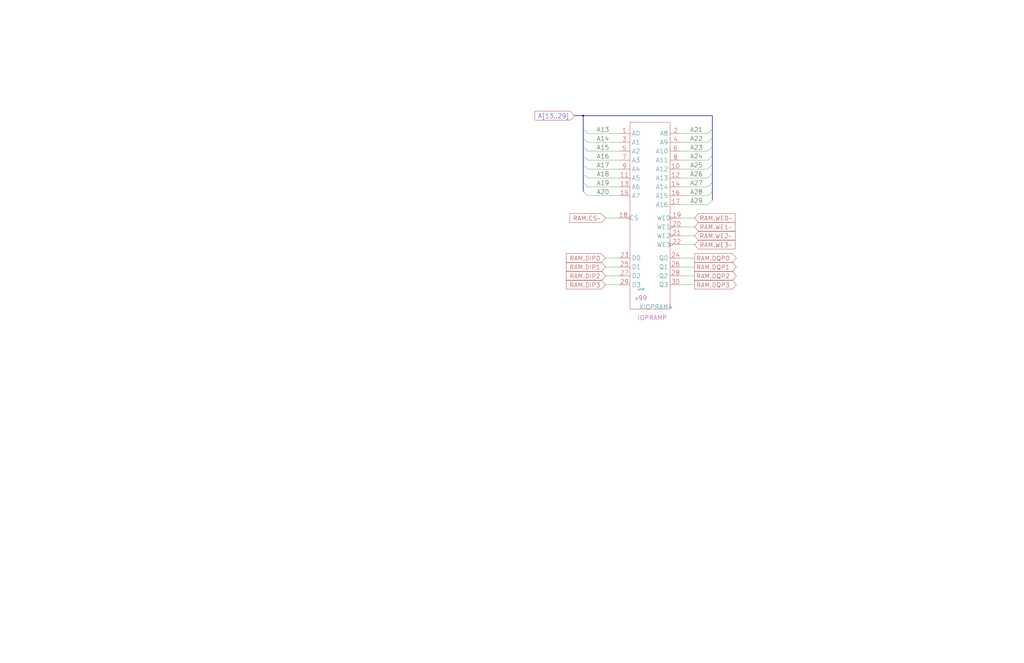
<source format=kicad_sch>
(kicad_sch (version 20221206) (generator eeschema)
  (paper "User" 584.2 378.46)
  (title_block (title "RAMS\\nPARITY") (date "22-SEP-90") (rev "2.0") (comment 1 "IOC") (comment 2 "232-003061") (comment 3 "S400") (comment 4 "RELEASED"))
  (lib_symbols
    (symbol "r1000:XIOPRAM4" (pin_names (offset 1.016))
      (property "Reference" "U" (at 2.54 5.08 0))
      (property "Value" "XIOPRAM4" (at 1.27 -5.08 0))
      (property "Location" "___" (at -1.27 0 0))
      (property "Name" "______" (at 8.89 -12.7 0))
      (symbol "XIOPRAM4_1_1"
        (circle (center -4.445 45.72) (radius 0.635))
        (rectangle (start -3.81 100.33) (end 19.05 -6.35))
        (circle (center 19.685 30.48) (radius 0.635))
        (circle (center 19.685 35.56) (radius 0.635))
        (circle (center 19.685 40.64) (radius 0.635))
        (circle (center 19.685 45.72) (radius 0.635))
        (pin input line (at -10.16 93.98 0) (length 6.35) (name "A0") (number "1"))
        (pin input line (at 25.4 73.66 180) (length 6.35) (name "A12") (number "10"))
        (pin input line (at -10.16 68.58 0) (length 6.35) (name "A5") (number "11"))
        (pin input line (at 25.4 68.58 180) (length 6.35) (name "A13") (number "12"))
        (pin input line (at -10.16 63.5 0) (length 6.35) (name "A6") (number "13"))
        (pin input line (at 25.4 63.5 180) (length 6.35) (name "A14") (number "14"))
        (pin input line (at -10.16 58.42 0) (length 6.35) (name "A7") (number "15"))
        (pin input line (at 25.4 58.42 180) (length 6.35) (name "A15") (number "16"))
        (pin input line (at 25.4 53.34 180) (length 6.35) (name "A16") (number "17"))
        (pin input line (at -10.16 45.72 0) (length 5.08) (name "CS") (number "18"))
        (pin input line (at 25.4 45.72 180) (length 5.08) (name "WE0") (number "19"))
        (pin input line (at 25.4 93.98 180) (length 6.35) (name "A8") (number "2"))
        (pin input line (at 25.4 40.64 180) (length 5.08) (name "WE1") (number "20"))
        (pin input line (at 25.4 35.56 180) (length 5.08) (name "WE2") (number "21"))
        (pin input line (at 25.4 30.48 180) (length 5.08) (name "WE3") (number "22"))
        (pin input line (at -10.16 22.86 0) (length 6.35) (name "D0") (number "23"))
        (pin output line (at 25.4 22.86 180) (length 6.35) (name "Q0") (number "24"))
        (pin input line (at -10.16 17.78 0) (length 6.35) (name "D1") (number "25"))
        (pin output line (at 25.4 17.78 180) (length 6.35) (name "Q1") (number "26"))
        (pin input line (at -10.16 12.7 0) (length 6.35) (name "D2") (number "27"))
        (pin output line (at 25.4 12.7 180) (length 6.35) (name "Q2") (number "28"))
        (pin input line (at -10.16 7.62 0) (length 6.35) (name "D3") (number "29"))
        (pin input line (at -10.16 88.9 0) (length 6.35) (name "A1") (number "3"))
        (pin output line (at 25.4 7.62 180) (length 6.35) (name "Q3") (number "30"))
        (pin input line (at 25.4 88.9 180) (length 6.35) (name "A9") (number "4"))
        (pin input line (at -10.16 83.82 0) (length 6.35) (name "A2") (number "5"))
        (pin input line (at 25.4 83.82 180) (length 6.35) (name "A10") (number "6"))
        (pin input line (at -10.16 78.74 0) (length 6.35) (name "A3") (number "7"))
        (pin input line (at 25.4 78.74 180) (length 6.35) (name "A11") (number "8"))
        (pin input line (at -10.16 73.66 0) (length 6.35) (name "A4") (number "9"))
      )
    )
  )
  (junction (at 332.74 66.04))
  (bus_entry (at 406.4 83.82) (size -2.54 2.54))
  (bus_entry (at 332.74 73.66) (size 2.54 2.54))
  (bus_entry (at 332.74 104.14) (size 2.54 2.54))
  (bus_entry (at 406.4 104.14) (size -2.54 2.54))
  (bus_entry (at 406.4 114.3) (size -2.54 2.54))
  (bus_entry (at 406.4 99.06) (size -2.54 2.54))
  (bus_entry (at 332.74 83.82) (size 2.54 2.54))
  (bus_entry (at 406.4 78.74) (size -2.54 2.54))
  (bus_entry (at 332.74 78.74) (size 2.54 2.54))
  (bus_entry (at 332.74 109.22) (size 2.54 2.54))
  (bus_entry (at 406.4 93.98) (size -2.54 2.54))
  (bus_entry (at 332.74 88.9) (size 2.54 2.54))
  (bus_entry (at 332.74 93.98) (size 2.54 2.54))
  (bus_entry (at 406.4 109.22) (size -2.54 2.54))
  (bus_entry (at 332.74 99.06) (size 2.54 2.54))
  (bus_entry (at 406.4 88.9) (size -2.54 2.54))
  (bus_entry (at 406.4 73.66) (size -2.54 2.54))
  (wire (pts (xy 335.28 91.44) (xy 353.06 91.44)))
  (bus (pts (xy 332.74 83.82) (xy 332.74 88.9)))
  (wire (pts (xy 388.62 147.32) (xy 396.24 147.32)))
  (wire (pts (xy 388.62 101.6) (xy 403.86 101.6)))
  (bus (pts (xy 406.4 73.66) (xy 406.4 78.74)))
  (wire (pts (xy 335.28 96.52) (xy 353.06 96.52)))
  (wire (pts (xy 388.62 162.56) (xy 396.24 162.56)))
  (wire (pts (xy 345.44 147.32) (xy 353.06 147.32)))
  (wire (pts (xy 388.62 152.4) (xy 396.24 152.4)))
  (wire (pts (xy 388.62 129.54) (xy 396.24 129.54)))
  (bus (pts (xy 332.74 104.14) (xy 332.74 109.22)))
  (bus (pts (xy 406.4 99.06) (xy 406.4 104.14)))
  (bus (pts (xy 406.4 93.98) (xy 406.4 99.06)))
  (bus (pts (xy 327.66 66.04) (xy 332.74 66.04)))
  (wire (pts (xy 388.62 106.68) (xy 403.86 106.68)))
  (bus (pts (xy 332.74 78.74) (xy 332.74 83.82)))
  (wire (pts (xy 388.62 134.62) (xy 396.24 134.62)))
  (wire (pts (xy 345.44 152.4) (xy 353.06 152.4)))
  (bus (pts (xy 332.74 99.06) (xy 332.74 104.14)))
  (bus (pts (xy 406.4 78.74) (xy 406.4 83.82)))
  (wire (pts (xy 345.44 124.46) (xy 353.06 124.46)))
  (wire (pts (xy 388.62 86.36) (xy 403.86 86.36)))
  (wire (pts (xy 388.62 76.2) (xy 403.86 76.2)))
  (wire (pts (xy 388.62 139.7) (xy 396.24 139.7)))
  (wire (pts (xy 345.44 157.48) (xy 353.06 157.48)))
  (bus (pts (xy 332.74 88.9) (xy 332.74 93.98)))
  (wire (pts (xy 335.28 76.2) (xy 353.06 76.2)))
  (wire (pts (xy 388.62 116.84) (xy 403.86 116.84)))
  (bus (pts (xy 332.74 66.04) (xy 332.74 73.66)))
  (wire (pts (xy 345.44 162.56) (xy 353.06 162.56)))
  (bus (pts (xy 332.74 73.66) (xy 332.74 78.74)))
  (wire (pts (xy 335.28 81.28) (xy 353.06 81.28)))
  (bus (pts (xy 406.4 104.14) (xy 406.4 109.22)))
  (wire (pts (xy 388.62 91.44) (xy 403.86 91.44)))
  (wire (pts (xy 335.28 101.6) (xy 353.06 101.6)))
  (bus (pts (xy 332.74 66.04) (xy 406.4 66.04)))
  (bus (pts (xy 406.4 88.9) (xy 406.4 93.98)))
  (wire (pts (xy 335.28 86.36) (xy 353.06 86.36)))
  (wire (pts (xy 388.62 157.48) (xy 396.24 157.48)))
  (wire (pts (xy 388.62 96.52) (xy 403.86 96.52)))
  (wire (pts (xy 335.28 106.68) (xy 353.06 106.68)))
  (bus (pts (xy 406.4 83.82) (xy 406.4 88.9)))
  (wire (pts (xy 388.62 124.46) (xy 396.24 124.46)))
  (wire (pts (xy 388.62 111.76) (xy 403.86 111.76)))
  (bus (pts (xy 406.4 66.04) (xy 406.4 73.66)))
  (bus (pts (xy 332.74 93.98) (xy 332.74 99.06)))
  (wire (pts (xy 388.62 81.28) (xy 403.86 81.28)))
  (wire (pts (xy 335.28 111.76) (xy 353.06 111.76)))
  (bus (pts (xy 406.4 109.22) (xy 406.4 114.3)))
  (label "A23" (at 393.7 86.36 0) (effects (font (size 2.54 2.54))))
  (label "A25" (at 393.7 96.52 0) (effects (font (size 2.54 2.54))))
  (label "A14" (at 340.36 81.28 0) (effects (font (size 2.54 2.54))))
  (label "A19" (at 340.36 106.68 0) (effects (font (size 2.54 2.54))))
  (label "A29" (at 393.7 116.84 0) (effects (font (size 2.54 2.54))))
  (label "A16" (at 340.36 91.44 0) (effects (font (size 2.54 2.54))))
  (label "A17" (at 340.36 96.52 0) (effects (font (size 2.54 2.54))))
  (label "A22" (at 393.7 81.28 0) (effects (font (size 2.54 2.54))))
  (label "A28" (at 393.7 111.76 0) (effects (font (size 2.54 2.54))))
  (label "A26" (at 393.7 101.6 0) (effects (font (size 2.54 2.54))))
  (label "A18" (at 340.36 101.6 0) (effects (font (size 2.54 2.54))))
  (label "A15" (at 340.36 86.36 0) (effects (font (size 2.54 2.54))))
  (label "A13" (at 340.36 76.2 0) (effects (font (size 2.54 2.54))))
  (label "A24" (at 393.7 91.44 0) (effects (font (size 2.54 2.54))))
  (label "A20" (at 340.36 111.76 0) (effects (font (size 2.54 2.54))))
  (label "A21" (at 393.7 76.2 0) (effects (font (size 2.54 2.54))))
  (label "A27" (at 393.7 106.68 0) (effects (font (size 2.54 2.54))))
  (global_label "RAM.DQP0" (shape output) (at 396.24 147.32 0) (effects (font (size 2.54 2.54))) (property "Intersheetrefs" "${INTERSHEET_REFS}" (at 420.4365 147.1613 0) (effects (font (size 1.905 1.905)) (justify left))))
  (global_label "A[13..29]" (shape input) (at 327.66 66.04 180) (effects (font (size 2.54 2.54))) (property "Intersheetrefs" "${INTERSHEET_REFS}" (at 304.3179 66.04 0) (effects (justify right))))
  (global_label "RAM.DIP1" (shape input) (at 345.44 152.4 180) (effects (font (size 2.54 2.54))) (property "Intersheetrefs" "${INTERSHEET_REFS}" (at 322.6949 152.2413 0) (effects (font (size 1.905 1.905)) (justify right))))
  (global_label "RAM.CS~" (shape input) (at 345.44 124.46 180) (effects (font (size 2.54 2.54))) (property "Intersheetrefs" "${INTERSHEET_REFS}" (at 324.1538 124.46 0) (effects (font (size 1.905 1.905)) (justify right))))
  (global_label "RAM.DQP3" (shape output) (at 396.24 162.56 0) (effects (font (size 2.54 2.54))) (property "Intersheetrefs" "${INTERSHEET_REFS}" (at 420.4365 162.4013 0) (effects (font (size 1.905 1.905)) (justify left))))
  (global_label "RAM.WE3~" (shape input) (at 396.24 139.7 0) (effects (font (size 2.54 2.54))) (property "Intersheetrefs" "${INTERSHEET_REFS}" (at 419.7108 139.5413 0) (effects (font (size 1.905 1.905)) (justify left))))
  (global_label "RAM.DIP3" (shape input) (at 345.44 162.56 180) (effects (font (size 2.54 2.54))) (property "Intersheetrefs" "${INTERSHEET_REFS}" (at 322.6949 162.4013 0) (effects (font (size 1.905 1.905)) (justify right))))
  (global_label "RAM.WE2~" (shape input) (at 396.24 134.62 0) (effects (font (size 2.54 2.54))) (property "Intersheetrefs" "${INTERSHEET_REFS}" (at 419.7108 134.4613 0) (effects (font (size 1.905 1.905)) (justify left))))
  (global_label "RAM.WE1~" (shape input) (at 396.24 129.54 0) (effects (font (size 2.54 2.54))) (property "Intersheetrefs" "${INTERSHEET_REFS}" (at 419.7108 129.3813 0) (effects (font (size 1.905 1.905)) (justify left))))
  (global_label "RAM.DQP2" (shape output) (at 396.24 157.48 0) (effects (font (size 2.54 2.54))) (property "Intersheetrefs" "${INTERSHEET_REFS}" (at 420.4365 157.3213 0) (effects (font (size 1.905 1.905)) (justify left))))
  (global_label "RAM.DQP1" (shape output) (at 396.24 152.4 0) (effects (font (size 2.54 2.54))) (property "Intersheetrefs" "${INTERSHEET_REFS}" (at 420.4365 152.2413 0) (effects (font (size 1.905 1.905)) (justify left))))
  (global_label "RAM.DIP0" (shape input) (at 345.44 147.32 180) (effects (font (size 2.54 2.54))) (property "Intersheetrefs" "${INTERSHEET_REFS}" (at 322.6949 147.1613 0) (effects (font (size 1.905 1.905)) (justify right))))
  (global_label "RAM.WE0~" (shape input) (at 396.24 124.46 0) (effects (font (size 2.54 2.54))) (property "Intersheetrefs" "${INTERSHEET_REFS}" (at 419.7108 124.3013 0) (effects (font (size 1.905 1.905)) (justify left))))
  (global_label "RAM.DIP2" (shape input) (at 345.44 157.48 180) (effects (font (size 2.54 2.54))) (property "Intersheetrefs" "${INTERSHEET_REFS}" (at 322.6949 157.3213 0) (effects (font (size 1.905 1.905)) (justify right))))
  (symbol (lib_id "r1000:XIOPRAM4") (at 363.22 170.18 0) (unit 1)
    (property "Reference" "U40" (at 365.76 165.1 0))
    (property "Value" "XIOPRAM4" (at 364.49 175.26 0) (effects (font (size 2.54 2.54)) (justify left)))
    (property "Location" "x99" (at 361.95 170.18 0) (effects (font (size 2.54 2.54)) (justify left)))
    (property "Name" "IOPRAMP" (at 372.11 182.88 0) (effects (font (size 2.54 2.54)) (justify bottom)))
  )
)
</source>
